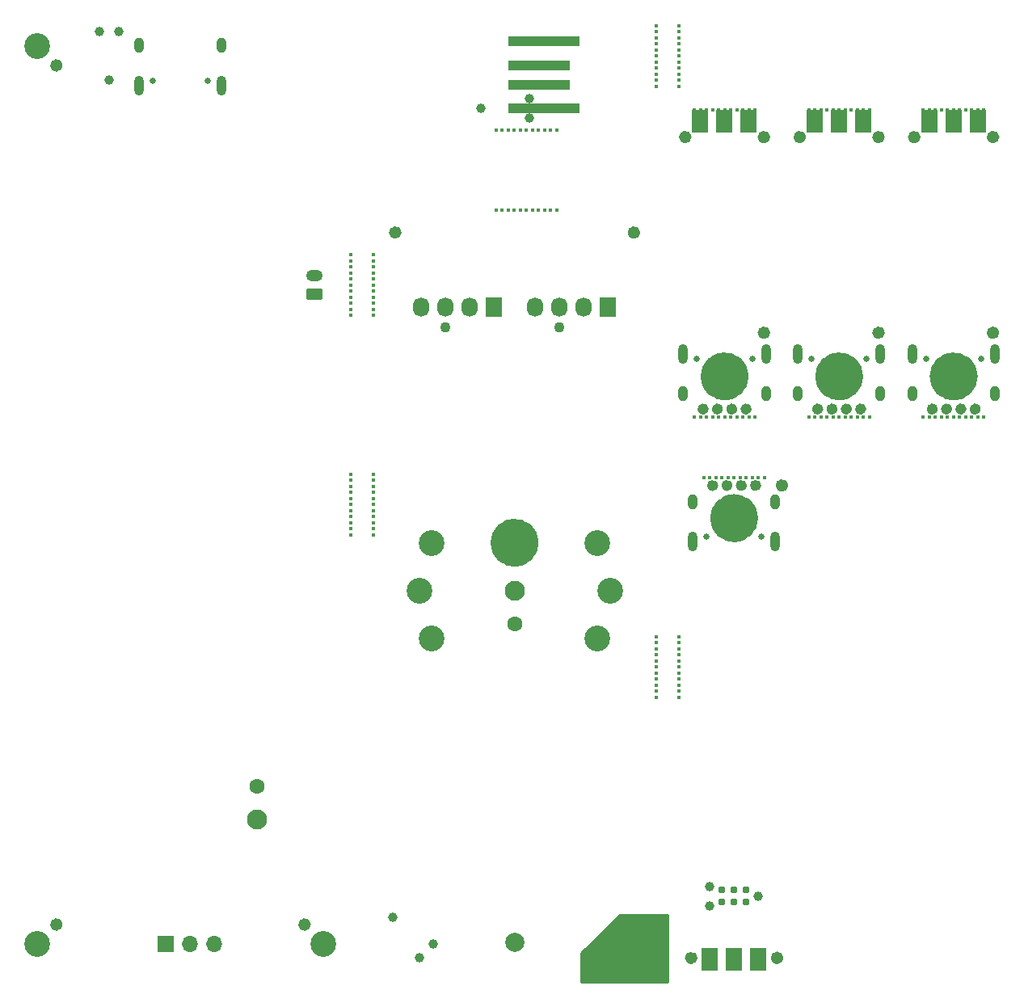
<source format=gbr>
G04 #@! TF.GenerationSoftware,KiCad,Pcbnew,7.0.8*
G04 #@! TF.CreationDate,2023-10-18T02:17:36-07:00*
G04 #@! TF.ProjectId,IotFan,496f7446-616e-42e6-9b69-6361645f7063,rev?*
G04 #@! TF.SameCoordinates,Original*
G04 #@! TF.FileFunction,Soldermask,Bot*
G04 #@! TF.FilePolarity,Negative*
%FSLAX46Y46*%
G04 Gerber Fmt 4.6, Leading zero omitted, Abs format (unit mm)*
G04 Created by KiCad (PCBNEW 7.0.8) date 2023-10-18 02:17:36*
%MOMM*%
%LPD*%
G01*
G04 APERTURE LIST*
G04 Aperture macros list*
%AMRoundRect*
0 Rectangle with rounded corners*
0 $1 Rounding radius*
0 $2 $3 $4 $5 $6 $7 $8 $9 X,Y pos of 4 corners*
0 Add a 4 corners polygon primitive as box body*
4,1,4,$2,$3,$4,$5,$6,$7,$8,$9,$2,$3,0*
0 Add four circle primitives for the rounded corners*
1,1,$1+$1,$2,$3*
1,1,$1+$1,$4,$5*
1,1,$1+$1,$6,$7*
1,1,$1+$1,$8,$9*
0 Add four rect primitives between the rounded corners*
20,1,$1+$1,$2,$3,$4,$5,0*
20,1,$1+$1,$4,$5,$6,$7,0*
20,1,$1+$1,$6,$7,$8,$9,0*
20,1,$1+$1,$8,$9,$2,$3,0*%
G04 Aperture macros list end*
%ADD10C,0.254000*%
%ADD11C,0.700000*%
%ADD12C,2.500000*%
%ADD13C,0.650000*%
%ADD14C,0.650000*%
%ADD15O,1.000000X2.100000*%
%ADD16O,1.000000X1.600000*%
%ADD17C,1.152000*%
%ADD18R,1.700000X2.340000*%
%ADD19C,0.380000*%
%ADD20C,0.990600*%
%ADD21C,1.100000*%
%ADD22R,1.730000X2.030000*%
%ADD23O,1.730000X2.030000*%
%ADD24C,2.700000*%
%ADD25C,2.000000*%
%ADD26C,1.600000*%
%ADD27C,2.100000*%
%ADD28R,7.410000X1.000000*%
%ADD29R,6.410000X1.000000*%
%ADD30RoundRect,0.250000X0.625000X-0.350000X0.625000X0.350000X-0.625000X0.350000X-0.625000X-0.350000X0*%
%ADD31O,1.750000X1.200000*%
%ADD32R,1.700000X1.700000*%
%ADD33O,1.700000X1.700000*%
%ADD34C,0.787400*%
G04 APERTURE END LIST*
D10*
X116000000Y-141000000D02*
X107000000Y-141000000D01*
X107000000Y-138000000D01*
X111000000Y-134000000D01*
X116000000Y-134000000D01*
X116000000Y-141000000D01*
G36*
X116000000Y-141000000D02*
G01*
X107000000Y-141000000D01*
X107000000Y-138000000D01*
X111000000Y-134000000D01*
X116000000Y-134000000D01*
X116000000Y-141000000D01*
G37*
D11*
X148500000Y-81000000D02*
G75*
G03*
X148500000Y-81000000I-250000J0D01*
G01*
X147000000Y-81000000D02*
G75*
G03*
X147000000Y-81000000I-250000J0D01*
G01*
X145500000Y-81000000D02*
G75*
G03*
X145500000Y-81000000I-250000J0D01*
G01*
X144000000Y-81000000D02*
G75*
G03*
X144000000Y-81000000I-250000J0D01*
G01*
D12*
X147250734Y-77575946D02*
G75*
G03*
X147250734Y-77575946I-1250000J0D01*
G01*
D13*
X150450000Y-73000000D02*
G75*
G03*
X150450000Y-73000000I-325000J0D01*
G01*
X150450000Y-52500000D02*
G75*
G03*
X150450000Y-52500000I-325000J0D01*
G01*
X142200000Y-52500000D02*
G75*
G03*
X142200000Y-52500000I-325000J0D01*
G01*
D11*
X136500000Y-81000000D02*
G75*
G03*
X136500000Y-81000000I-250000J0D01*
G01*
X135000000Y-81000000D02*
G75*
G03*
X135000000Y-81000000I-250000J0D01*
G01*
X133500000Y-81000000D02*
G75*
G03*
X133500000Y-81000000I-250000J0D01*
G01*
X132000000Y-81000000D02*
G75*
G03*
X132000000Y-81000000I-250000J0D01*
G01*
D12*
X135250734Y-77575946D02*
G75*
G03*
X135250734Y-77575946I-1250000J0D01*
G01*
D13*
X138450000Y-73000000D02*
G75*
G03*
X138450000Y-73000000I-325000J0D01*
G01*
X138450000Y-52500000D02*
G75*
G03*
X138450000Y-52500000I-325000J0D01*
G01*
X130200000Y-52500000D02*
G75*
G03*
X130200000Y-52500000I-325000J0D01*
G01*
X118200000Y-52500000D02*
G75*
G03*
X118200000Y-52500000I-325000J0D01*
G01*
X126450000Y-52500000D02*
G75*
G03*
X126450000Y-52500000I-325000J0D01*
G01*
X126450000Y-73000000D02*
G75*
G03*
X126450000Y-73000000I-325000J0D01*
G01*
D12*
X123250734Y-77575946D02*
G75*
G03*
X123250734Y-77575946I-1250000J0D01*
G01*
D11*
X120000000Y-81000000D02*
G75*
G03*
X120000000Y-81000000I-250000J0D01*
G01*
X121500000Y-81000000D02*
G75*
G03*
X121500000Y-81000000I-250000J0D01*
G01*
X123000000Y-81000000D02*
G75*
G03*
X123000000Y-81000000I-250000J0D01*
G01*
X124500000Y-81000000D02*
G75*
G03*
X124500000Y-81000000I-250000J0D01*
G01*
D13*
X112825000Y-62500000D02*
G75*
G03*
X112825000Y-62500000I-325000J0D01*
G01*
X110325000Y-138000000D02*
G75*
G03*
X110325000Y-138000000I-325000J0D01*
G01*
X87825000Y-62500000D02*
G75*
G03*
X87825000Y-62500000I-325000J0D01*
G01*
D12*
X101250000Y-95000000D02*
G75*
G03*
X101250000Y-95000000I-1250000J0D01*
G01*
D13*
X52325000Y-45000000D02*
G75*
G03*
X52325000Y-45000000I-325000J0D01*
G01*
X52325000Y-135000000D02*
G75*
G03*
X52325000Y-135000000I-325000J0D01*
G01*
X78325000Y-135000000D02*
G75*
G03*
X78325000Y-135000000I-325000J0D01*
G01*
X128325000Y-89000000D02*
G75*
G03*
X128325000Y-89000000I-325000J0D01*
G01*
X118825000Y-138500000D02*
G75*
G03*
X118825000Y-138500000I-325000J0D01*
G01*
X127825000Y-138500000D02*
G75*
G03*
X127825000Y-138500000I-325000J0D01*
G01*
D11*
X125500000Y-89000000D02*
G75*
G03*
X125500000Y-89000000I-250000J0D01*
G01*
X124000000Y-89000000D02*
G75*
G03*
X124000000Y-89000000I-250000J0D01*
G01*
X122500000Y-89000000D02*
G75*
G03*
X122500000Y-89000000I-250000J0D01*
G01*
X121000000Y-89000000D02*
G75*
G03*
X121000000Y-89000000I-250000J0D01*
G01*
D12*
X124249300Y-92424100D02*
G75*
G03*
X124249300Y-92424100I-1250000J0D01*
G01*
D14*
X143110000Y-75720000D03*
X148890000Y-75720000D03*
D15*
X141680000Y-75220000D03*
D16*
X141680000Y-79400000D03*
D15*
X150320000Y-75220000D03*
D16*
X150320000Y-79400000D03*
D17*
X150125000Y-73000000D03*
D18*
X143455000Y-50870000D03*
X145995000Y-50870000D03*
X148535000Y-50870000D03*
D17*
X150125000Y-52500000D03*
X141875000Y-52500000D03*
D14*
X131110000Y-75720000D03*
X136890000Y-75720000D03*
D15*
X129680000Y-75220000D03*
D16*
X129680000Y-79400000D03*
D15*
X138320000Y-75220000D03*
D16*
X138320000Y-79400000D03*
D17*
X138125000Y-73000000D03*
D18*
X131455000Y-50870000D03*
X133995000Y-50870000D03*
X136535000Y-50870000D03*
D17*
X138125000Y-52500000D03*
X129875000Y-52500000D03*
D19*
X149175000Y-49690000D03*
X148540000Y-49690000D03*
X147905000Y-49690000D03*
X147270000Y-49690000D03*
X146635000Y-49690000D03*
X146000000Y-49690000D03*
X145365000Y-49690000D03*
X144730000Y-49690000D03*
X144095000Y-49690000D03*
X143460000Y-49690000D03*
X142825000Y-49690000D03*
X130825000Y-81810000D03*
X131460000Y-81810000D03*
X132095000Y-81810000D03*
X132730000Y-81810000D03*
X133365000Y-81810000D03*
X134000000Y-81810000D03*
X134635000Y-81810000D03*
X135270000Y-81810000D03*
X135905000Y-81810000D03*
X136540000Y-81810000D03*
X137175000Y-81810000D03*
X142825000Y-81810000D03*
X143460000Y-81810000D03*
X144095000Y-81810000D03*
X144730000Y-81810000D03*
X145365000Y-81810000D03*
X146000000Y-81810000D03*
X146635000Y-81810000D03*
X147270000Y-81810000D03*
X147905000Y-81810000D03*
X148540000Y-81810000D03*
X149175000Y-81810000D03*
X137175000Y-49690000D03*
X136540000Y-49690000D03*
X135905000Y-49690000D03*
X135270000Y-49690000D03*
X134635000Y-49690000D03*
X134000000Y-49690000D03*
X133365000Y-49690000D03*
X132730000Y-49690000D03*
X132095000Y-49690000D03*
X131460000Y-49690000D03*
X130825000Y-49690000D03*
X125175000Y-81810000D03*
X124540000Y-81810000D03*
X123905000Y-81810000D03*
X123270000Y-81810000D03*
X122635000Y-81810000D03*
X122000000Y-81810000D03*
X121365000Y-81810000D03*
X120730000Y-81810000D03*
X120095000Y-81810000D03*
X119460000Y-81810000D03*
X118825000Y-81810000D03*
X114810000Y-47175000D03*
X117190000Y-47175000D03*
X114810000Y-46540000D03*
X117190000Y-46540000D03*
X114810000Y-45905000D03*
X117190000Y-45905000D03*
X114810000Y-45270000D03*
X117190000Y-45270000D03*
X114810000Y-44635000D03*
X117190000Y-44635000D03*
X114810000Y-44000000D03*
X117190000Y-44000000D03*
X114810000Y-43365000D03*
X117190000Y-43365000D03*
X114810000Y-42730000D03*
X117190000Y-42730000D03*
X114810000Y-42095000D03*
X117190000Y-42095000D03*
X114810000Y-41460000D03*
X117190000Y-41460000D03*
X114810000Y-40825000D03*
X117190000Y-40825000D03*
X125175000Y-49690000D03*
X124540000Y-49690000D03*
X123905000Y-49690000D03*
X123270000Y-49690000D03*
X122635000Y-49690000D03*
X122000000Y-49690000D03*
X121365000Y-49690000D03*
X120730000Y-49690000D03*
X120095000Y-49690000D03*
X119460000Y-49690000D03*
X118825000Y-49690000D03*
D17*
X117875000Y-52500000D03*
X126125000Y-52500000D03*
D18*
X119455000Y-50870000D03*
X121995000Y-50870000D03*
X124535000Y-50870000D03*
D17*
X126125000Y-73000000D03*
D16*
X126320000Y-79400000D03*
D15*
X126320000Y-75220000D03*
D16*
X117680000Y-79400000D03*
D15*
X117680000Y-75220000D03*
D14*
X124890000Y-75720000D03*
X119110000Y-75720000D03*
D19*
X98075000Y-51810000D03*
X98710000Y-51810000D03*
X99345000Y-51810000D03*
X99980000Y-51810000D03*
X100615000Y-51810000D03*
X101250000Y-51810000D03*
X101885000Y-51810000D03*
X102520000Y-51810000D03*
X103155000Y-51810000D03*
X103790000Y-51810000D03*
X104425000Y-51810000D03*
X104425000Y-60190000D03*
X103790000Y-60190000D03*
X103155000Y-60190000D03*
X102520000Y-60190000D03*
X101885000Y-60190000D03*
X101250000Y-60190000D03*
X100615000Y-60190000D03*
X99980000Y-60190000D03*
X99345000Y-60190000D03*
X98710000Y-60190000D03*
X98075000Y-60190000D03*
X119825000Y-88190000D03*
X121095000Y-88190000D03*
X126175000Y-88190000D03*
X121730000Y-88190000D03*
X123635000Y-88190000D03*
X122365000Y-88190000D03*
X125540000Y-88190000D03*
X123000000Y-88190000D03*
X124270000Y-88190000D03*
X124905000Y-88190000D03*
X120460000Y-88190000D03*
X82810000Y-71175000D03*
X85190000Y-71175000D03*
X82810000Y-70540000D03*
X85190000Y-70540000D03*
X82810000Y-69905000D03*
X85190000Y-69905000D03*
X82810000Y-69270000D03*
X85190000Y-69270000D03*
X82810000Y-68635000D03*
X85190000Y-68635000D03*
X82810000Y-68000000D03*
X85190000Y-68000000D03*
X82810000Y-67365000D03*
X85190000Y-67365000D03*
X82810000Y-66730000D03*
X85190000Y-66730000D03*
X82810000Y-66095000D03*
X85190000Y-66095000D03*
X82810000Y-65460000D03*
X85190000Y-65460000D03*
X82810000Y-64825000D03*
X85190000Y-64825000D03*
D20*
X87203949Y-134203949D03*
X91514472Y-137077631D03*
X90077631Y-138514472D03*
D17*
X112500000Y-62500000D03*
D20*
X101580000Y-50516000D03*
X101580000Y-48484000D03*
X96500000Y-49500000D03*
D21*
X92720000Y-72460000D03*
D22*
X97800000Y-70300000D03*
D23*
X95260000Y-70300000D03*
X92720000Y-70300000D03*
X90180000Y-70300000D03*
D24*
X108660254Y-95000000D03*
D19*
X117190000Y-104825000D03*
X114810000Y-104825000D03*
X117190000Y-105460000D03*
X114810000Y-105460000D03*
X117190000Y-106095000D03*
X114810000Y-106095000D03*
X117190000Y-106730000D03*
X114810000Y-106730000D03*
X117190000Y-107365000D03*
X114810000Y-107365000D03*
X117190000Y-108000000D03*
X114810000Y-108000000D03*
X117190000Y-108635000D03*
X114810000Y-108635000D03*
X117190000Y-109270000D03*
X114810000Y-109270000D03*
X117190000Y-109905000D03*
X114810000Y-109905000D03*
X117190000Y-110540000D03*
X114810000Y-110540000D03*
X117190000Y-111175000D03*
X114810000Y-111175000D03*
D24*
X108660254Y-105000000D03*
D17*
X110000000Y-138000000D03*
D19*
X85190000Y-87825000D03*
X82810000Y-87825000D03*
X85190000Y-88460000D03*
X82810000Y-88460000D03*
X85190000Y-89095000D03*
X82810000Y-89095000D03*
X85190000Y-89730000D03*
X82810000Y-89730000D03*
X85190000Y-90365000D03*
X82810000Y-90365000D03*
X85190000Y-91000000D03*
X82810000Y-91000000D03*
X85190000Y-91635000D03*
X82810000Y-91635000D03*
X85190000Y-92270000D03*
X82810000Y-92270000D03*
X85190000Y-92905000D03*
X82810000Y-92905000D03*
X85190000Y-93540000D03*
X82810000Y-93540000D03*
X85190000Y-94175000D03*
X82810000Y-94175000D03*
D24*
X90000000Y-100000000D03*
D21*
X104720000Y-72460000D03*
D22*
X109800000Y-70300000D03*
D23*
X107260000Y-70300000D03*
X104720000Y-70300000D03*
X102180000Y-70300000D03*
D24*
X91339746Y-105000000D03*
D25*
X100000000Y-136900000D03*
D24*
X110000000Y-100000000D03*
D26*
X100000000Y-103500000D03*
D27*
X100000000Y-100000000D03*
D17*
X87500000Y-62500000D03*
D24*
X91339746Y-95000000D03*
D28*
X103055000Y-42500000D03*
D29*
X102555000Y-45000000D03*
X102555000Y-47000000D03*
D28*
X103055000Y-49500000D03*
D24*
X80000000Y-137000000D03*
D17*
X52000000Y-45000000D03*
X52000000Y-135000000D03*
X78000000Y-135000000D03*
D24*
X50000000Y-43000000D03*
D26*
X73000000Y-120500000D03*
D27*
X73000000Y-124000000D03*
D30*
X79000000Y-69000000D03*
D31*
X79000000Y-67000000D03*
D32*
X63460000Y-137000000D03*
D33*
X66000000Y-137000000D03*
X68540000Y-137000000D03*
D24*
X50000000Y-137000000D03*
D20*
X57500000Y-46540000D03*
X56484000Y-41460000D03*
X58516000Y-41460000D03*
D14*
X67890000Y-46605000D03*
X62110000Y-46605000D03*
D15*
X69320000Y-47105000D03*
D16*
X69320000Y-42925000D03*
D15*
X60680000Y-47105000D03*
D16*
X60680000Y-42925000D03*
X118680000Y-90710000D03*
D15*
X118680000Y-94890000D03*
D16*
X127320000Y-90710000D03*
D15*
X127320000Y-94890000D03*
D14*
X120110000Y-94390000D03*
X125890000Y-94390000D03*
D17*
X128000000Y-89000000D03*
X118500000Y-138500000D03*
D18*
X120460000Y-138630000D03*
X123000000Y-138630000D03*
X125540000Y-138630000D03*
D17*
X127500000Y-138500000D03*
D34*
X121730000Y-131365000D03*
X121730000Y-132635000D03*
X123000000Y-131365000D03*
X123000000Y-132635000D03*
X124270000Y-131365000D03*
X124270000Y-132635000D03*
D20*
X120460000Y-130984000D03*
X120460000Y-133016000D03*
X125540000Y-132000000D03*
M02*

</source>
